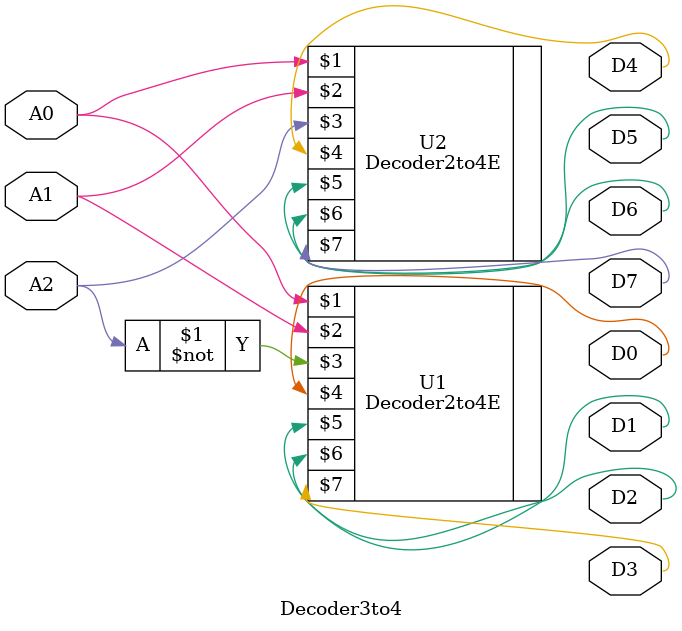
<source format=v>
module Decoder3to4(
A0, A1, A2, D0, D1, D2, D3, D4, D5, D6, D7
);

	input A0, A1, A2;
	output D0, D1, D2, D3, D4, D5, D6, D7;

	Decoder2to4E U1(A0, A1, ~A2, D0, D1, D2, D3);
	Decoder2to4E U2(A0, A1, A2, D4, D5, D6, D7);

endmodule
</source>
